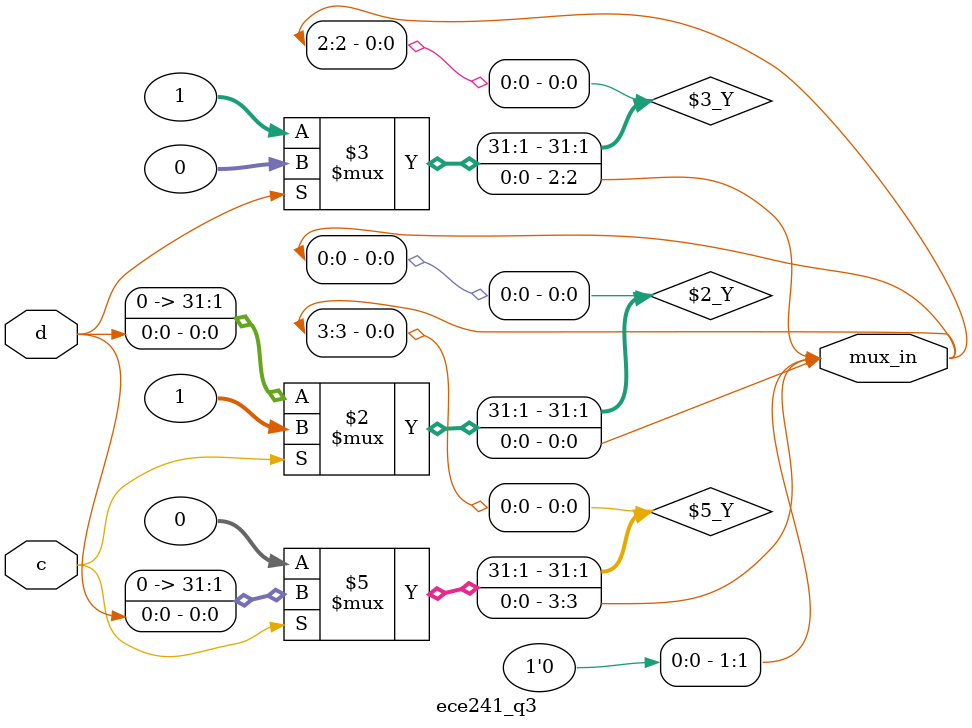
<source format=v>
module ece241_q3 (
    input c,
    input d,
    output [3:0] mux_in
); 
    assign mux_in[0] = c?1:d;
    assign mux_in[1] = 0;
    assign mux_in[2] = d?0:1;
    assign mux_in[3] = c?d:0;

endmodule

</source>
